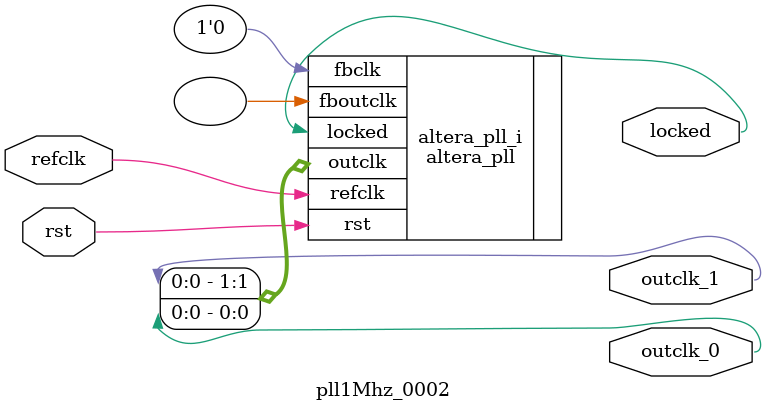
<source format=v>
`timescale 1ns/10ps
module  pll1Mhz_0002(

	// interface 'refclk'
	input wire refclk,

	// interface 'reset'
	input wire rst,

	// interface 'outclk0'
	output wire outclk_0,

	// interface 'outclk1'
	output wire outclk_1,

	// interface 'locked'
	output wire locked
);

	altera_pll #(
		.fractional_vco_multiplier("false"),
		.reference_clock_frequency("50.0 MHz"),
		.operation_mode("direct"),
		.number_of_clocks(2),
		.output_clock_frequency0("5.000000 MHz"),
		.phase_shift0("0 ps"),
		.duty_cycle0(50),
		.output_clock_frequency1("1.000000 MHz"),
		.phase_shift1("0 ps"),
		.duty_cycle1(50),
		.output_clock_frequency2("0 MHz"),
		.phase_shift2("0 ps"),
		.duty_cycle2(50),
		.output_clock_frequency3("0 MHz"),
		.phase_shift3("0 ps"),
		.duty_cycle3(50),
		.output_clock_frequency4("0 MHz"),
		.phase_shift4("0 ps"),
		.duty_cycle4(50),
		.output_clock_frequency5("0 MHz"),
		.phase_shift5("0 ps"),
		.duty_cycle5(50),
		.output_clock_frequency6("0 MHz"),
		.phase_shift6("0 ps"),
		.duty_cycle6(50),
		.output_clock_frequency7("0 MHz"),
		.phase_shift7("0 ps"),
		.duty_cycle7(50),
		.output_clock_frequency8("0 MHz"),
		.phase_shift8("0 ps"),
		.duty_cycle8(50),
		.output_clock_frequency9("0 MHz"),
		.phase_shift9("0 ps"),
		.duty_cycle9(50),
		.output_clock_frequency10("0 MHz"),
		.phase_shift10("0 ps"),
		.duty_cycle10(50),
		.output_clock_frequency11("0 MHz"),
		.phase_shift11("0 ps"),
		.duty_cycle11(50),
		.output_clock_frequency12("0 MHz"),
		.phase_shift12("0 ps"),
		.duty_cycle12(50),
		.output_clock_frequency13("0 MHz"),
		.phase_shift13("0 ps"),
		.duty_cycle13(50),
		.output_clock_frequency14("0 MHz"),
		.phase_shift14("0 ps"),
		.duty_cycle14(50),
		.output_clock_frequency15("0 MHz"),
		.phase_shift15("0 ps"),
		.duty_cycle15(50),
		.output_clock_frequency16("0 MHz"),
		.phase_shift16("0 ps"),
		.duty_cycle16(50),
		.output_clock_frequency17("0 MHz"),
		.phase_shift17("0 ps"),
		.duty_cycle17(50),
		.pll_type("General"),
		.pll_subtype("General")
	) altera_pll_i (
		.rst	(rst),
		.outclk	({outclk_1, outclk_0}),
		.locked	(locked),
		.fboutclk	( ),
		.fbclk	(1'b0),
		.refclk	(refclk)
	);
endmodule


</source>
